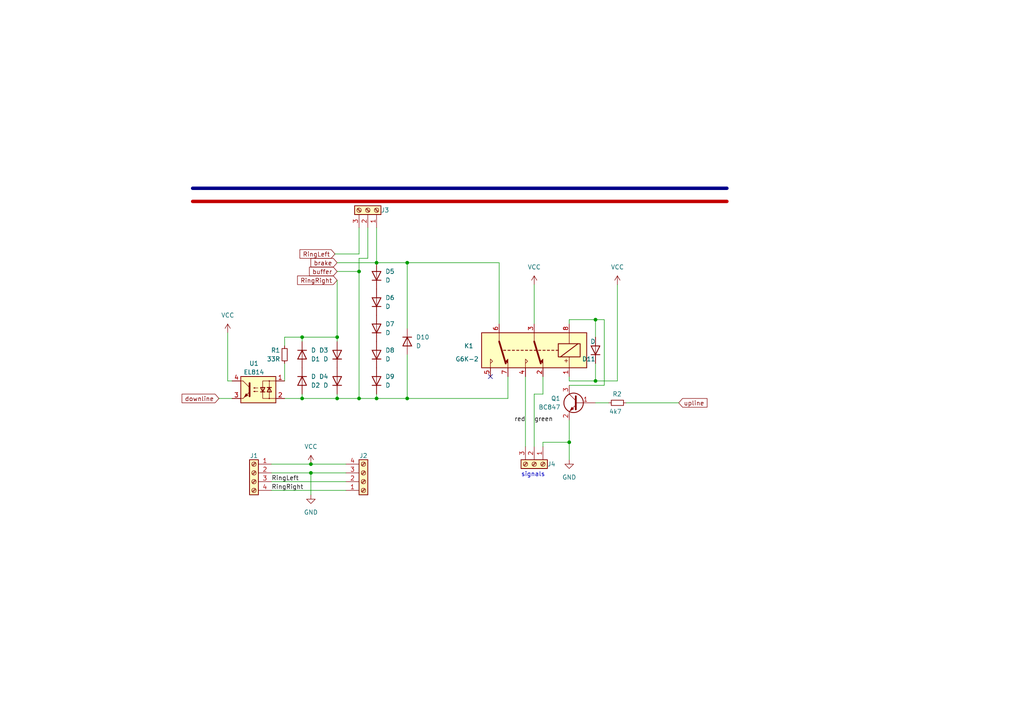
<source format=kicad_sch>
(kicad_sch (version 20211123) (generator eeschema)
  (paper "A4")
  (lib_symbols
    (symbol "Connector:Screw_Terminal_01x03" (pin_names (offset 1.016) hide)
      (property "Reference" "J" (at 0 5.08 0))
      (property "Value" "Screw_Terminal_01x03" (at 0 -5.08 0))
      (symbol "Screw_Terminal_01x03_1_1"
        (rectangle (start -1.27 3.81) (end 1.27 -3.81) (stroke (width 0.254)) (fill (type background)))
        (circle (center 0 -2.54) (radius 0.635) (stroke (width 0.1524)))
        (polyline (pts (xy -0.5334 -2.2098) (xy 0.3302 -3.048)) (stroke (width 0.1524)))
        (polyline (pts (xy -0.5334 0.3302) (xy 0.3302 -0.508)) (stroke (width 0.1524)))
        (polyline (pts (xy -0.5334 2.8702) (xy 0.3302 2.032)) (stroke (width 0.1524)))
        (polyline (pts (xy -0.3556 -2.032) (xy 0.508 -2.8702)) (stroke (width 0.1524)))
        (polyline (pts (xy -0.3556 0.508) (xy 0.508 -0.3302)) (stroke (width 0.1524)))
        (polyline (pts (xy -0.3556 3.048) (xy 0.508 2.2098)) (stroke (width 0.1524)))
        (circle (center 0 0) (radius 0.635) (stroke (width 0.1524)))
        (circle (center 0 2.54) (radius 0.635) (stroke (width 0.1524)))
        (pin passive line (at -5.08 2.54 0) (length 3.81) (name "Pin_1") (number "1"))
        (pin passive line (at -5.08 0 0) (length 3.81) (name "Pin_2") (number "2"))
        (pin passive line (at -5.08 -2.54 0) (length 3.81) (name "Pin_3") (number "3"))
      )
    )
    (symbol "Connector:Screw_Terminal_01x04" (pin_names (offset 1.016) hide)
      (property "Reference" "J" (at 0 5.08 0))
      (property "Value" "Screw_Terminal_01x04" (at 0 -7.62 0))
      (symbol "Screw_Terminal_01x04_1_1"
        (rectangle (start -1.27 3.81) (end 1.27 -6.35) (stroke (width 0.254)) (fill (type background)))
        (circle (center 0 -5.08) (radius 0.635) (stroke (width 0.1524)))
        (circle (center 0 -2.54) (radius 0.635) (stroke (width 0.1524)))
        (polyline (pts (xy -0.5334 -4.7498) (xy 0.3302 -5.588)) (stroke (width 0.1524)))
        (polyline (pts (xy -0.5334 -2.2098) (xy 0.3302 -3.048)) (stroke (width 0.1524)))
        (polyline (pts (xy -0.5334 0.3302) (xy 0.3302 -0.508)) (stroke (width 0.1524)))
        (polyline (pts (xy -0.5334 2.8702) (xy 0.3302 2.032)) (stroke (width 0.1524)))
        (polyline (pts (xy -0.3556 -4.572) (xy 0.508 -5.4102)) (stroke (width 0.1524)))
        (polyline (pts (xy -0.3556 -2.032) (xy 0.508 -2.8702)) (stroke (width 0.1524)))
        (polyline (pts (xy -0.3556 0.508) (xy 0.508 -0.3302)) (stroke (width 0.1524)))
        (polyline (pts (xy -0.3556 3.048) (xy 0.508 2.2098)) (stroke (width 0.1524)))
        (circle (center 0 0) (radius 0.635) (stroke (width 0.1524)))
        (circle (center 0 2.54) (radius 0.635) (stroke (width 0.1524)))
        (pin passive line (at -5.08 2.54 0) (length 3.81) (name "Pin_1") (number "1"))
        (pin passive line (at -5.08 0 0) (length 3.81) (name "Pin_2") (number "2"))
        (pin passive line (at -5.08 -2.54 0) (length 3.81) (name "Pin_3") (number "3"))
        (pin passive line (at -5.08 -5.08 0) (length 3.81) (name "Pin_4") (number "4"))
      )
    )
    (symbol "Device:D" (pin_numbers hide) (pin_names (offset 1.016) hide)
      (property "Reference" "D" (at 0 2.54 0))
      (property "Value" "D" (at 0 -2.54 0))
      (symbol "D_0_1"
        (polyline (pts (xy -1.27 1.27) (xy -1.27 -1.27)) (stroke (width 0.254)))
        (polyline (pts (xy 1.27 0) (xy -1.27 0)))
        (polyline (pts (xy 1.27 1.27) (xy 1.27 -1.27) (xy -1.27 0) (xy 1.27 1.27)) (stroke (width 0.254)))
      )
      (symbol "D_1_1"
        (pin passive line (at -3.81 0 0) (length 2.54) (name "K") (number "1"))
        (pin passive line (at 3.81 0 180) (length 2.54) (name "A") (number "2"))
      )
    )
    (symbol "Device:R_Small" (pin_numbers hide) (pin_names (offset 0.254) hide)
      (property "Reference" "R" (at 0.762 0.508 0))
      (property "Value" "R_Small" (at 0.762 -1.016 0))
      (symbol "R_Small_0_1"
        (rectangle (start -0.762 1.778) (end 0.762 -1.778) (stroke (width 0.2032)))
      )
      (symbol "R_Small_1_1"
        (pin passive line (at 0 2.54 270) (length 0.762) (name "~") (number "1"))
        (pin passive line (at 0 -2.54 90) (length 0.762) (name "~") (number "2"))
      )
    )
    (symbol "Isolator:EL814" (pin_names (offset 1.016))
      (property "Reference" "U" (at -5.334 4.826 0))
      (property "Value" "EL814" (at 0 5.08 0))
      (symbol "EL814_0_1"
        (rectangle (start -5.08 3.81) (end 5.08 -3.81) (stroke (width 0.254)) (fill (type background)))
        (circle (center -3.175 -2.54) (radius 0.127))
        (circle (center -3.175 2.54) (radius 0.127))
        (polyline (pts (xy -3.81 0.635) (xy -2.54 0.635)) (stroke (width 0.254)))
        (polyline (pts (xy -3.175 -0.635) (xy -3.175 -2.54)))
        (polyline (pts (xy -3.175 0.635) (xy -3.175 -0.635)))
        (polyline (pts (xy -3.175 0.635) (xy -3.175 2.54)))
        (polyline (pts (xy -1.905 -0.635) (xy -0.635 -0.635)) (stroke (width 0.254)))
        (polyline (pts (xy -1.27 0.635) (xy -1.27 -0.635)))
        (polyline (pts (xy 2.54 0.635) (xy 4.445 2.54)))
        (polyline (pts (xy 4.445 -2.54) (xy 2.54 -0.635)) (fill (type outline)))
        (polyline (pts (xy 4.445 -2.54) (xy 5.08 -2.54)))
        (polyline (pts (xy 4.445 2.54) (xy 5.08 2.54)))
        (polyline (pts (xy -5.08 2.54) (xy -1.27 2.54) (xy -1.27 0.635)))
        (polyline (pts (xy -1.27 -0.635) (xy -1.27 -2.54) (xy -5.08 -2.54)))
        (polyline (pts (xy 2.54 1.905) (xy 2.54 -1.905) (xy 2.54 -1.905)) (stroke (width 0.508)))
        (polyline (pts (xy -3.175 0.635) (xy -3.81 -0.635) (xy -2.54 -0.635) (xy -3.175 0.635)) (stroke (width 0.254)))
        (polyline (pts (xy -1.27 -0.635) (xy -1.905 0.635) (xy -0.635 0.635) (xy -1.27 -0.635)) (stroke (width 0.254)))
        (polyline (pts (xy 0.127 -0.508) (xy 1.397 -0.508) (xy 1.016 -0.635) (xy 1.016 -0.381) (xy 1.397 -0.508)))
        (polyline (pts (xy 0.127 0.508) (xy 1.397 0.508) (xy 1.016 0.381) (xy 1.016 0.635) (xy 1.397 0.508)))
        (polyline (pts (xy 3.048 -1.651) (xy 3.556 -1.143) (xy 4.064 -2.159) (xy 3.048 -1.651) (xy 3.048 -1.651)) (fill (type outline)))
      )
      (symbol "EL814_1_1"
        (pin passive line (at -7.62 2.54 0) (length 2.54) (name "~") (number "1"))
        (pin passive line (at -7.62 -2.54 0) (length 2.54) (name "~") (number "2"))
        (pin passive line (at 7.62 -2.54 180) (length 2.54) (name "~") (number "3"))
        (pin passive line (at 7.62 2.54 180) (length 2.54) (name "~") (number "4"))
      )
    )
    (symbol "Relay:G6K-2"
      (property "Reference" "K" (at 16.51 3.81 0))
      (property "Value" "G6K-2" (at 16.51 1.27 0))
      (symbol "G6K-2_0_0"
        (text "+" (at -9.271 2.921 0) (effects (font (size 1.27 1.27))))
      )
      (symbol "G6K-2_0_1"
        (rectangle (start -15.24 5.08) (end 15.24 -5.08) (stroke (width 0.254)) (fill (type background)))
        (rectangle (start -13.335 1.905) (end -6.985 -1.905) (stroke (width 0.254)))
        (polyline (pts (xy -12.7 -1.905) (xy -7.62 1.905)) (stroke (width 0.254)))
        (polyline (pts (xy -10.16 -5.08) (xy -10.16 -1.905)))
        (polyline (pts (xy -10.16 5.08) (xy -10.16 1.905)))
        (polyline (pts (xy -6.985 0) (xy -6.35 0)) (stroke (width 0.254)))
        (polyline (pts (xy -5.715 0) (xy -5.08 0)) (stroke (width 0.254)))
        (polyline (pts (xy -4.445 0) (xy -3.81 0)) (stroke (width 0.254)))
        (polyline (pts (xy -3.175 0) (xy -2.54 0)) (stroke (width 0.254)))
        (polyline (pts (xy -1.905 0) (xy -1.27 0)) (stroke (width 0.254)))
        (polyline (pts (xy -0.635 0) (xy 0 0)) (stroke (width 0.254)))
        (polyline (pts (xy 0 -2.54) (xy -1.905 3.81)) (stroke (width 0.508)))
        (polyline (pts (xy 0 -2.54) (xy 0 -5.08)))
        (polyline (pts (xy 0.635 0) (xy 1.27 0)) (stroke (width 0.254)))
        (polyline (pts (xy 1.905 0) (xy 2.54 0)) (stroke (width 0.254)))
        (polyline (pts (xy 3.175 0) (xy 3.81 0)) (stroke (width 0.254)))
        (polyline (pts (xy 4.445 0) (xy 5.08 0)) (stroke (width 0.254)))
        (polyline (pts (xy 5.715 0) (xy 6.35 0)) (stroke (width 0.254)))
        (polyline (pts (xy 6.985 0) (xy 7.62 0)) (stroke (width 0.254)))
        (polyline (pts (xy 8.255 0) (xy 8.89 0)) (stroke (width 0.254)))
        (polyline (pts (xy 10.16 -2.54) (xy 8.255 3.81)) (stroke (width 0.508)))
        (polyline (pts (xy 10.16 -2.54) (xy 10.16 -5.08)))
        (polyline (pts (xy -2.54 5.08) (xy -2.54 2.54) (xy -1.905 3.175) (xy -2.54 3.81)) (fill (type outline)))
        (polyline (pts (xy 2.54 5.08) (xy 2.54 2.54) (xy 1.905 3.175) (xy 2.54 3.81)))
        (polyline (pts (xy 7.62 5.08) (xy 7.62 2.54) (xy 8.255 3.175) (xy 7.62 3.81)) (fill (type outline)))
        (polyline (pts (xy 12.7 5.08) (xy 12.7 2.54) (xy 12.065 3.175) (xy 12.7 3.81)))
      )
      (symbol "G6K-2_1_1"
        (pin passive line (at -10.16 7.62 270) (length 2.54) (name "~") (number "1"))
        (pin passive line (at -2.54 7.62 270) (length 2.54) (name "~") (number "2"))
        (pin passive line (at 0 -7.62 90) (length 2.54) (name "~") (number "3"))
        (pin passive line (at 2.54 7.62 270) (length 2.54) (name "~") (number "4"))
        (pin passive line (at 12.7 7.62 270) (length 2.54) (name "~") (number "5"))
        (pin passive line (at 10.16 -7.62 90) (length 2.54) (name "~") (number "6"))
        (pin passive line (at 7.62 7.62 270) (length 2.54) (name "~") (number "7"))
        (pin passive line (at -10.16 -7.62 90) (length 2.54) (name "~") (number "8"))
      )
    )
    (symbol "Transistor_BJT:BC847" (pin_names (offset 0) hide)
      (property "Reference" "Q" (at 5.08 1.905 0))
      (property "Value" "BC847" (at 5.08 0 0))
      (symbol "BC847_0_1"
        (polyline (pts (xy 0.635 0.635) (xy 2.54 2.54)))
        (polyline (pts (xy 0.635 -0.635) (xy 2.54 -2.54) (xy 2.54 -2.54)))
        (polyline (pts (xy 0.635 1.905) (xy 0.635 -1.905) (xy 0.635 -1.905)) (stroke (width 0.508)))
        (polyline (pts (xy 1.27 -1.778) (xy 1.778 -1.27) (xy 2.286 -2.286) (xy 1.27 -1.778) (xy 1.27 -1.778)) (fill (type outline)))
        (circle (center 1.27 0) (radius 2.8194) (stroke (width 0.254)))
      )
      (symbol "BC847_1_1"
        (pin input line (at -5.08 0 0) (length 5.715) (name "B") (number "1"))
        (pin passive line (at 2.54 -5.08 90) (length 2.54) (name "E") (number "2"))
        (pin passive line (at 2.54 5.08 270) (length 2.54) (name "C") (number "3"))
      )
    )
    (symbol "power:GND" (power) (pin_names (offset 0))
      (property "Value" "GND" (at 0 -3.81 0))
      (symbol "GND_0_1"
        (polyline (pts (xy 0 0) (xy 0 -1.27) (xy 1.27 -1.27) (xy 0 -2.54) (xy -1.27 -1.27) (xy 0 -1.27)))
      )
      (symbol "GND_1_1"
        (pin power_in line (at 0 0 270) (length 0) hide (name "GND") (number "1"))
      )
    )
    (symbol "power:VCC" (power) (pin_names (offset 0))
      (property "Value" "VCC" (at 0 3.81 0))
      (symbol "VCC_0_1"
        (polyline (pts (xy -0.762 1.27) (xy 0 2.54)))
        (polyline (pts (xy 0 0) (xy 0 2.54)))
        (polyline (pts (xy 0 2.54) (xy 0.762 1.27)))
      )
      (symbol "VCC_1_1"
        (pin power_in line (at 0 0 90) (length 0) hide (name "VCC") (number "1"))
      )
    )
  )
  (junction (at 104.14 115.57))
  (junction (at 109.22 76.2))
  (junction (at 172.72 92.71))
  (junction (at 118.11 76.2))
  (junction (at 87.63 97.79))
  (junction (at 90.17 137.16))
  (junction (at 97.79 97.79))
  (junction (at 87.63 115.57))
  (junction (at 90.17 134.62))
  (junction (at 104.14 78.74))
  (junction (at 109.22 115.57))
  (junction (at 97.79 115.57))
  (junction (at 118.11 115.57))
  (junction (at 172.72 110.49))
  (junction (at 165.1 128.27))
  (no_connect (at 142.24 109.22))
  (wire (pts (xy 165.1 121.92) (xy 165.1 128.27)))
  (wire (pts (xy 87.63 97.79) (xy 97.79 97.79)))
  (wire (pts (xy 144.78 93.98) (xy 144.78 76.2)))
  (wire (pts (xy 97.79 76.2) (xy 109.22 76.2)))
  (wire (pts (xy 87.63 97.79) (xy 87.63 99.06)))
  (wire (pts (xy 154.94 114.3) (xy 154.94 129.54)))
  (wire (pts (xy 109.22 66.04) (xy 109.22 76.2)))
  (wire (pts (xy 82.55 115.57) (xy 87.63 115.57)))
  (wire (pts (xy 165.1 92.71) (xy 165.1 93.98)))
  (wire (pts (xy 157.48 109.22) (xy 157.48 114.3)))
  (wire (pts (xy 82.55 105.41) (xy 82.55 110.49)))
  (wire (pts (xy 104.14 73.66) (xy 104.14 66.04)))
  (wire (pts (xy 181.61 116.84) (xy 196.85 116.84)))
  (wire (pts (xy 152.4 109.22) (xy 152.4 129.54)))
  (wire (pts (xy 97.155 73.66) (xy 104.14 73.66)))
  (wire (pts (xy 175.26 111.76) (xy 175.26 92.71)))
  (wire (pts (xy 66.04 96.52) (xy 66.04 110.49)))
  (wire (pts (xy 104.14 78.74) (xy 104.14 115.57)))
  (wire (pts (xy 172.72 105.41) (xy 172.72 110.49)))
  (wire (pts (xy 147.32 115.57) (xy 118.11 115.57)))
  (wire (pts (xy 172.72 110.49) (xy 165.1 110.49)))
  (wire (pts (xy 165.1 110.49) (xy 165.1 109.22)))
  (wire (pts (xy 109.22 115.57) (xy 118.11 115.57)))
  (wire (pts (xy 97.79 115.57) (xy 104.14 115.57)))
  (wire (pts (xy 82.55 97.79) (xy 82.55 100.33)))
  (wire (pts (xy 87.63 97.79) (xy 82.55 97.79)))
  (wire (pts (xy 165.1 92.71) (xy 172.72 92.71)))
  (wire (pts (xy 90.17 137.16) (xy 90.17 143.51)))
  (wire (pts (xy 109.22 115.57) (xy 109.22 114.3)))
  (polyline (pts (xy 55.88 58.42) (xy 210.82 58.42)) (stroke (width 1) (type solid) (color 194 0 0 1)))
  (wire (pts (xy 109.22 76.2) (xy 118.11 76.2)))
  (wire (pts (xy 165.1 133.35) (xy 165.1 128.27)))
  (wire (pts (xy 172.72 92.71) (xy 172.72 97.79)))
  (wire (pts (xy 118.11 76.2) (xy 118.11 95.25)))
  (wire (pts (xy 147.32 109.22) (xy 147.32 115.57)))
  (wire (pts (xy 78.74 142.24) (xy 100.33 142.24)))
  (wire (pts (xy 106.68 66.04) (xy 106.68 74.93)))
  (wire (pts (xy 144.78 76.2) (xy 118.11 76.2)))
  (wire (pts (xy 78.74 139.7) (xy 100.33 139.7)))
  (wire (pts (xy 66.04 110.49) (xy 67.31 110.49)))
  (wire (pts (xy 175.26 92.71) (xy 172.72 92.71)))
  (wire (pts (xy 157.48 114.3) (xy 154.94 114.3)))
  (wire (pts (xy 172.72 116.84) (xy 176.53 116.84)))
  (wire (pts (xy 97.79 97.79) (xy 97.79 99.06)))
  (wire (pts (xy 157.48 129.54) (xy 157.48 128.27)))
  (wire (pts (xy 179.07 110.49) (xy 172.72 110.49)))
  (wire (pts (xy 106.68 74.93) (xy 104.14 74.93)))
  (wire (pts (xy 87.63 115.57) (xy 87.63 114.3)))
  (wire (pts (xy 63.5 115.57) (xy 67.31 115.57)))
  (wire (pts (xy 90.17 137.16) (xy 100.33 137.16)))
  (wire (pts (xy 90.17 134.62) (xy 100.33 134.62)))
  (wire (pts (xy 97.79 81.28) (xy 97.79 97.79)))
  (wire (pts (xy 165.1 111.76) (xy 175.26 111.76)))
  (wire (pts (xy 154.94 82.55) (xy 154.94 93.98)))
  (wire (pts (xy 157.48 128.27) (xy 165.1 128.27)))
  (wire (pts (xy 97.79 114.3) (xy 97.79 115.57)))
  (wire (pts (xy 104.14 74.93) (xy 104.14 78.74)))
  (wire (pts (xy 78.74 137.16) (xy 90.17 137.16)))
  (wire (pts (xy 97.79 78.74) (xy 104.14 78.74)))
  (polyline (pts (xy 55.88 54.61) (xy 210.82 54.61)) (stroke (width 1) (type solid) (color 0 0 132 1)))
  (wire (pts (xy 179.07 82.55) (xy 179.07 110.49)))
  (wire (pts (xy 104.14 115.57) (xy 109.22 115.57)))
  (wire (pts (xy 97.79 115.57) (xy 87.63 115.57)))
  (wire (pts (xy 78.74 134.62) (xy 90.17 134.62)))
  (wire (pts (xy 118.11 102.87) (xy 118.11 115.57)))
  (text "signals" (at 151.13 138.43 0) (effects (font (size 1.27 1.27)) (justify left bottom)))
  (label "red" (at 152.4 122.555 180))
  (label "green" (at 154.94 122.555 0))
  (label "RingRight" (at 78.74 142.24 0))
  (label "RingLeft" (at 78.74 139.7 0))
  (global_label "downline" (shape input) (at 63.5 115.57 180) (property "Intersheet References" "${INTERSHEET_REFS}" (effects hide)))
  (global_label "buffer" (shape input) (at 97.79 78.74 180) (property "Intersheet References" "${INTERSHEET_REFS}" (effects hide)))
  (global_label "RingRight" (shape input) (at 97.79 81.28 180) (property "Intersheet References" "${INTERSHEET_REFS}" (effects hide)))
  (global_label "RingLeft" (shape input) (at 97.155 73.66 180) (property "Intersheet References" "${INTERSHEET_REFS}" (effects hide)))
  (global_label "upline" (shape input) (at 196.85 116.84 0) (property "Intersheet References" "${INTERSHEET_REFS}" (effects hide)))
  (global_label "brake" (shape input) (at 97.79 76.2 180) (property "Intersheet References" "${INTERSHEET_REFS}" (effects hide)))
  (symbol (lib_id "Connector:Screw_Terminal_01x03") (at 106.68 60.96 270) (mirror x) (unit 1)
    (property "Reference" "J3" (at 110.49 60.96 90) (effects (justify left)))
    (property "Value" "Screw_Terminal_01x03" (effects hide))
    (property "Footprint" "TerminalBlock_Phoenix:TerminalBlock_Phoenix_MKDS-1,5-3-5.08_1x03_P5.08mm_Horizontal" (effects hide))
  )
  (symbol (lib_id "Device:D") (at 172.72 101.6 90) (unit 1)
    (property "Reference" "D11" (at 172.72 104.14 90) (effects (justify left)))
    (property "Value" "D" (at 172.72 99.06 90) (effects (justify left)))
    (property "Footprint" "Diode_SMD:D_SOD-123F" (effects hide))
  )
  (symbol (lib_id "Device:R_Small") (at 179.07 116.84 90) (unit 1)
    (property "Reference" "R2" (at 180.34 114.3 90) (effects (justify left)))
    (property "Value" "4k7" (at 180.34 119.38 90) (effects (justify left)))
    (property "Footprint" "Resistor_SMD:R_0805_2012Metric_Pad1.20x1.40mm_HandSolder" (effects hide))
  )
  (symbol (lib_id "Connector:Screw_Terminal_01x03") (at 154.94 134.62 270) (unit 1)
    (property "Reference" "J4" (at 158.75 134.62 90) (effects (justify left)))
    (property "Value" "Screw_Terminal_01x03" (effects hide))
    (property "Footprint" "TerminalBlock_Phoenix:TerminalBlock_Phoenix_MKDS-1,5-3-5.08_1x03_P5.08mm_Horizontal" (effects hide))
  )
  (symbol (lib_id "power:VCC") (at 66.04 96.52 0) (mirror y) (unit 1)
    (property "Reference" "#PWR01" (effects hide))
    (property "Value" "VCC" (at 66.04 91.44 0))
  )
  (symbol (lib_id "Device:D") (at 109.22 95.25 90) (unit 1)
    (property "Reference" "D7" (at 111.76 93.9799 90) (effects (justify right)))
    (property "Value" "D" (at 111.76 96.5199 90) (effects (justify right)))
    (property "Footprint" "Diode_SMD:D_SOD-123F" (effects hide))
  )
  (symbol (lib_id "Device:D") (at 87.63 110.49 90) (mirror x) (unit 1)
    (property "Reference" "D2" (at 90.17 111.7601 90) (effects (justify right)))
    (property "Value" "D" (at 90.17 109.2201 90) (effects (justify right)))
    (property "Footprint" "Diode_SMD:D_SOD-123F" (effects hide))
  )
  (symbol (lib_id "Device:D") (at 109.22 80.01 90) (unit 1)
    (property "Reference" "D5" (at 111.76 78.7399 90) (effects (justify right)))
    (property "Value" "D" (at 111.76 81.2799 90) (effects (justify right)))
    (property "Footprint" "Diode_SMD:D_SOD-123F" (effects hide))
  )
  (symbol (lib_id "Isolator:EL814") (at 74.93 113.03 0) (mirror y) (unit 1)
    (property "Reference" "U1" (at 73.66 105.41 0))
    (property "Value" "EL814" (at 73.66 107.95 0))
    (property "Footprint" "Package_DIP:SMDIP-4_W9.53mm" (effects hide))
    (property "Datasheet" "http://www.everlight.com/file/ProductFile/EL814.pdf" (effects hide))
  )
  (symbol (lib_id "Device:R_Small") (at 82.55 102.87 0) (mirror y) (unit 1)
    (property "Reference" "R1" (at 81.28 101.6 0) (effects (justify left)))
    (property "Value" "33R" (at 81.28 104.14 0) (effects (justify left)))
    (property "Footprint" "Resistor_SMD:R_0805_2012Metric_Pad1.20x1.40mm_HandSolder" (effects hide))
  )
  (symbol (lib_id "Device:D") (at 118.11 99.06 270) (unit 1)
    (property "Reference" "D10" (at 120.65 97.7899 90) (effects (justify left)))
    (property "Value" "D" (at 120.65 100.3299 90) (effects (justify left)))
    (property "Footprint" "Diode_SMD:D_SOD-123F" (effects hide))
  )
  (symbol (lib_id "Device:D") (at 97.79 102.87 270) (mirror x) (unit 1)
    (property "Reference" "D3" (at 95.25 101.5999 90) (effects (justify right)))
    (property "Value" "D" (at 95.25 104.1399 90) (effects (justify right)))
    (property "Footprint" "Diode_SMD:D_SOD-123F" (effects hide))
  )
  (symbol (lib_id "Device:D") (at 109.22 87.63 90) (unit 1)
    (property "Reference" "D6" (at 111.76 86.3599 90) (effects (justify right)))
    (property "Value" "D" (at 111.76 88.8999 90) (effects (justify right)))
    (property "Footprint" "Diode_SMD:D_SOD-123F" (effects hide))
  )
  (symbol (lib_id "power:GND") (at 165.1 133.35 0) (unit 1)
    (property "Reference" "#PWR05" (effects hide))
    (property "Value" "GND" (at 165.1 138.43 0))
  )
  (symbol (lib_id "power:GND") (at 90.17 143.51 0) (unit 1)
    (property "Reference" "#PWR03" (effects hide))
    (property "Value" "GND" (at 90.17 148.59 0))
  )
  (symbol (lib_id "Device:D") (at 109.22 110.49 90) (unit 1)
    (property "Reference" "D9" (at 111.76 109.2199 90) (effects (justify right)))
    (property "Value" "D" (at 111.76 111.7599 90) (effects (justify right)))
    (property "Footprint" "Diode_SMD:D_SOD-123F" (effects hide))
  )
  (symbol (lib_id "Relay:G6K-2") (at 154.94 101.6 180) (unit 1)
    (property "Reference" "K1" (at 134.62 100.33 0) (effects (justify right)))
    (property "Value" "G6K-2" (at 132.08 104.14 0) (effects (justify right)))
    (property "Footprint" "Relay_SMD:Relay_DPDT_Omron_G6K-2F-Y" (effects hide))
    (property "Datasheet" "http://omronfs.omron.com/en_US/ecb/products/pdf/en-g6k.pdf" (effects hide))
  )
  (symbol (lib_id "power:VCC") (at 179.07 82.55 0) (unit 1)
    (property "Reference" "#PWR06" (effects hide))
    (property "Value" "VCC" (at 179.07 77.47 0))
  )
  (symbol (lib_id "Connector:Screw_Terminal_01x04") (at 73.66 137.16 0) (mirror y) (unit 1)
    (property "Reference" "J1" (at 73.66 132.1872 0))
    (property "Value" "Screw_Terminal_01x04" (effects hide))
    (property "Footprint" "TerminalBlock_Phoenix:TerminalBlock_Phoenix_MKDS-1,5-4-5.08_1x04_P5.08mm_Horizontal" (effects hide))
  )
  (symbol (lib_id "Device:D") (at 87.63 102.87 90) (mirror x) (unit 1)
    (property "Reference" "D1" (at 90.17 104.1401 90) (effects (justify right)))
    (property "Value" "D" (at 90.17 101.6001 90) (effects (justify right)))
    (property "Footprint" "Diode_SMD:D_SOD-123F" (effects hide))
  )
  (symbol (lib_id "Connector:Screw_Terminal_01x04") (at 105.41 139.7 0) (mirror x) (unit 1)
    (property "Reference" "J2" (at 105.41 132.1872 0))
    (property "Value" "Screw_Terminal_01x04" (effects hide))
    (property "Footprint" "TerminalBlock_Phoenix:TerminalBlock_Phoenix_MKDS-1,5-4-5.08_1x04_P5.08mm_Horizontal" (effects hide))
  )
  (symbol (lib_id "Device:D") (at 97.79 110.49 270) (mirror x) (unit 1)
    (property "Reference" "D4" (at 95.25 109.2199 90) (effects (justify right)))
    (property "Value" "D" (at 95.25 111.7599 90) (effects (justify right)))
    (property "Footprint" "Diode_SMD:D_SOD-123F" (effects hide))
  )
  (symbol (lib_id "power:VCC") (at 90.17 134.62 0) (mirror y) (unit 1)
    (property "Reference" "#PWR02" (effects hide))
    (property "Value" "VCC" (at 90.17 129.54 0))
  )
  (symbol (lib_id "Device:D") (at 109.22 102.87 90) (unit 1)
    (property "Reference" "D8" (at 111.76 101.5999 90) (effects (justify right)))
    (property "Value" "D" (at 111.76 104.1399 90) (effects (justify right)))
    (property "Footprint" "Diode_SMD:D_SOD-123F" (effects hide))
  )
  (symbol (lib_id "power:VCC") (at 154.94 82.55 0) (unit 1)
    (property "Reference" "#PWR04" (effects hide))
    (property "Value" "VCC" (at 154.94 77.47 0))
  )
  (symbol (lib_id "Transistor_BJT:BC847") (at 167.64 116.84 0) (mirror y) (unit 1)
    (property "Reference" "Q1" (at 162.56 115.5699 0) (effects (justify left)))
    (property "Value" "BC847" (at 162.56 118.1099 0) (effects (justify left)))
    (property "Footprint" "Package_TO_SOT_SMD:SOT-23" (effects hide))
    (property "Datasheet" "http://www.infineon.com/dgdl/Infineon-BC847SERIES_BC848SERIES_BC849SERIES_BC850SERIES-DS-v01_01-en.pdf?fileId=db3a304314dca389011541d4630a1657" (effects hide))
  )
)
</source>
